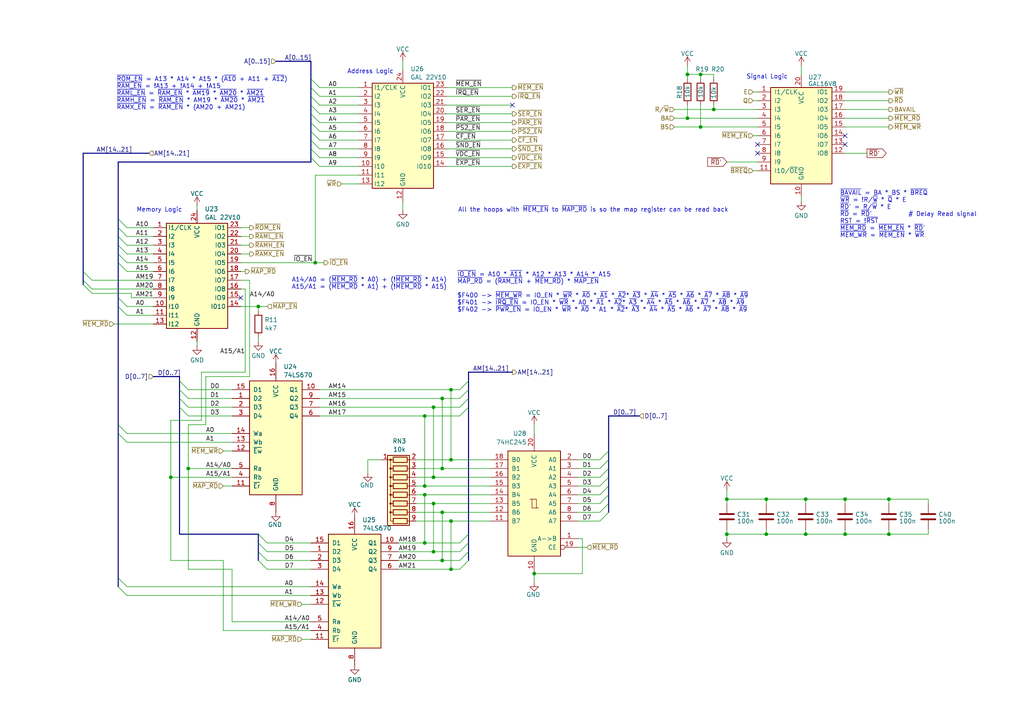
<source format=kicad_sch>
(kicad_sch (version 20250114) (generator "eeschema") (generator_version "9.0")
  (paper "A4")
  (title_block (title "MicroLind - Logic, address & signal") (date "2025-08-15") (rev "C1") (company "Sperly Retro Electronics"))
  (lib_symbols
    (symbol "74xx:74HC245" (pin_names (offset 1.016))
      (property "Reference" "U" (at -7.62 16.51 0))
      (property "Value" "74HC245" (at -7.62 -16.51 0))
      (symbol "74HC245_1_0"
        (polyline (pts (xy -1.27 -1.27) (xy 0.635 -1.27) (xy 0.635 1.27) (xy 1.27 1.27)))
        (polyline (pts (xy -0.635 -1.27) (xy -0.635 1.27) (xy 0.635 1.27)))
        (pin tri_state line (at -12.7 12.7 0) (length 5.08) (name "A0") (number "2"))
        (pin tri_state line (at -12.7 10.16 0) (length 5.08) (name "A1") (number "3"))
        (pin tri_state line (at -12.7 7.62 0) (length 5.08) (name "A2") (number "4"))
        (pin tri_state line (at -12.7 5.08 0) (length 5.08) (name "A3") (number "5"))
        (pin tri_state line (at -12.7 2.54 0) (length 5.08) (name "A4") (number "6"))
        (pin tri_state line (at -12.7 0 0) (length 5.08) (name "A5") (number "7"))
        (pin tri_state line (at -12.7 -2.54 0) (length 5.08) (name "A6") (number "8"))
        (pin tri_state line (at -12.7 -5.08 0) (length 5.08) (name "A7") (number "9"))
        (pin input line (at -12.7 -10.16 0) (length 5.08) (name "A->B") (number "1"))
        (pin input inverted (at -12.7 -12.7 0) (length 5.08) (name "CE") (number "19"))
        (pin power_in line (at 0 20.32 270) (length 5.08) (name "VCC") (number "20"))
        (pin power_in line (at 0 -20.32 90) (length 5.08) (name "GND") (number "10"))
        (pin tri_state line (at 12.7 12.7 180) (length 5.08) (name "B0") (number "18"))
        (pin tri_state line (at 12.7 10.16 180) (length 5.08) (name "B1") (number "17"))
        (pin tri_state line (at 12.7 7.62 180) (length 5.08) (name "B2") (number "16"))
        (pin tri_state line (at 12.7 5.08 180) (length 5.08) (name "B3") (number "15"))
        (pin tri_state line (at 12.7 2.54 180) (length 5.08) (name "B4") (number "14"))
        (pin tri_state line (at 12.7 0 180) (length 5.08) (name "B5") (number "13"))
        (pin tri_state line (at 12.7 -2.54 180) (length 5.08) (name "B6") (number "12"))
        (pin tri_state line (at 12.7 -5.08 180) (length 5.08) (name "B7") (number "11"))
      )
      (symbol "74HC245_1_1"
        (rectangle (start -7.62 15.24) (end 7.62 -15.24) (stroke (width 0.254)) (fill (type background)))
      )
    )
    (symbol "74xx:74LS670" (pin_names (offset 1.016))
      (property "Reference" "U" (at -7.62 16.51 0))
      (property "Value" "74LS670" (at -7.62 -19.05 0))
      (symbol "74LS670_1_0"
        (pin input line (at -12.7 12.7 0) (length 5.08) (name "D1") (number "15"))
        (pin input line (at -12.7 10.16 0) (length 5.08) (name "D2") (number "1"))
        (pin input line (at -12.7 7.62 0) (length 5.08) (name "D3") (number "2"))
        (pin input line (at -12.7 5.08 0) (length 5.08) (name "D4") (number "3"))
        (pin input line (at -12.7 0 0) (length 5.08) (name "Wa") (number "14"))
        (pin input line (at -12.7 -2.54 0) (length 5.08) (name "Wb") (number "13"))
        (pin input line (at -12.7 -5.08 0) (length 5.08) (name "~{Ew}") (number "12"))
        (pin input line (at -12.7 -10.16 0) (length 5.08) (name "Ra") (number "5"))
        (pin input line (at -12.7 -12.7 0) (length 5.08) (name "Rb") (number "4"))
        (pin input line (at -12.7 -15.24 0) (length 5.08) (name "~{Er}") (number "11"))
        (pin power_in line (at 0 20.32 270) (length 5.08) (name "VCC") (number "16"))
        (pin power_in line (at 0 -22.86 90) (length 5.08) (name "GND") (number "8"))
        (pin tri_state line (at 12.7 12.7 180) (length 5.08) (name "Q1") (number "10"))
        (pin tri_state line (at 12.7 10.16 180) (length 5.08) (name "Q2") (number "9"))
        (pin tri_state line (at 12.7 7.62 180) (length 5.08) (name "Q3") (number "7"))
        (pin tri_state line (at 12.7 5.08 180) (length 5.08) (name "Q4") (number "6"))
      )
      (symbol "74LS670_1_1"
        (rectangle (start -7.62 15.24) (end 7.62 -17.78) (stroke (width 0.254)) (fill (type background)))
      )
    )
    (symbol "Device:C" (pin_numbers (hide yes)) (pin_names (offset 0.254))
      (property "Reference" "C" (at 0.635 2.54 0))
      (property "Value" "C" (at 0.635 -2.54 0))
      (symbol "C_0_1"
        (polyline (pts (xy -2.032 0.762) (xy 2.032 0.762)) (stroke (width 0.508)))
        (polyline (pts (xy -2.032 -0.762) (xy 2.032 -0.762)) (stroke (width 0.508)))
      )
      (symbol "C_1_1"
        (pin passive line (at 0 3.81 270) (length 2.794) (name "~") (number "1"))
        (pin passive line (at 0 -3.81 90) (length 2.794) (name "~") (number "2"))
      )
    )
    (symbol "Device:R" (pin_numbers (hide yes)) (pin_names (offset 0))
      (property "Reference" "R" (at 2.032 0 90))
      (property "Value" "R" (at 0 0 90))
      (symbol "R_0_1"
        (rectangle (start -1.016 -2.54) (end 1.016 2.54) (stroke (width 0.254)))
      )
      (symbol "R_1_1"
        (pin passive line (at 0 3.81 270) (length 1.27) (name "~") (number "1"))
        (pin passive line (at 0 -3.81 90) (length 1.27) (name "~") (number "2"))
      )
    )
    (symbol "Device:R_Network08" (pin_names (offset 0) (hide yes))
      (property "Reference" "RN" (at -12.7 0 90))
      (property "Value" "R_Network08" (at 10.16 0 90))
      (symbol "R_Network08_0_1"
        (rectangle (start -11.43 -3.175) (end 8.89 3.175) (stroke (width 0.254)) (fill (type background)))
        (rectangle (start -10.922 1.524) (end -9.398 -2.54) (stroke (width 0.254)))
        (circle (center -10.16 2.286) (radius 0.254) (fill (type outline)))
        (polyline (pts (xy -10.16 1.524) (xy -10.16 2.286) (xy -7.62 2.286) (xy -7.62 1.524)))
        (polyline (pts (xy -10.16 -2.54) (xy -10.16 -3.81)))
        (rectangle (start -8.382 1.524) (end -6.858 -2.54) (stroke (width 0.254)))
        (circle (center -7.62 2.286) (radius 0.254) (fill (type outline)))
        (polyline (pts (xy -7.62 1.524) (xy -7.62 2.286) (xy -5.08 2.286) (xy -5.08 1.524)))
        (polyline (pts (xy -7.62 -2.54) (xy -7.62 -3.81)))
        (rectangle (start -5.842 1.524) (end -4.318 -2.54) (stroke (width 0.254)))
        (circle (center -5.08 2.286) (radius 0.254) (fill (type outline)))
        (polyline (pts (xy -5.08 1.524) (xy -5.08 2.286) (xy -2.54 2.286) (xy -2.54 1.524)))
        (polyline (pts (xy -5.08 -2.54) (xy -5.08 -3.81)))
        (rectangle (start -3.302 1.524) (end -1.778 -2.54) (stroke (width 0.254)))
        (circle (center -2.54 2.286) (radius 0.254) (fill (type outline)))
        (polyline (pts (xy -2.54 1.524) (xy -2.54 2.286) (xy 0 2.286) (xy 0 1.524)))
        (polyline (pts (xy -2.54 -2.54) (xy -2.54 -3.81)))
        (rectangle (start -0.762 1.524) (end 0.762 -2.54) (stroke (width 0.254)))
        (circle (center 0 2.286) (radius 0.254) (fill (type outline)))
        (polyline (pts (xy 0 1.524) (xy 0 2.286) (xy 2.54 2.286) (xy 2.54 1.524)))
        (polyline (pts (xy 0 -2.54) (xy 0 -3.81)))
        (rectangle (start 1.778 1.524) (end 3.302 -2.54) (stroke (width 0.254)))
        (circle (center 2.54 2.286) (radius 0.254) (fill (type outline)))
        (polyline (pts (xy 2.54 1.524) (xy 2.54 2.286) (xy 5.08 2.286) (xy 5.08 1.524)))
        (polyline (pts (xy 2.54 -2.54) (xy 2.54 -3.81)))
        (rectangle (start 4.318 1.524) (end 5.842 -2.54) (stroke (width 0.254)))
        (circle (center 5.08 2.286) (radius 0.254) (fill (type outline)))
        (polyline (pts (xy 5.08 1.524) (xy 5.08 2.286) (xy 7.62 2.286) (xy 7.62 1.524)))
        (polyline (pts (xy 5.08 -2.54) (xy 5.08 -3.81)))
        (rectangle (start 6.858 1.524) (end 8.382 -2.54) (stroke (width 0.254)))
        (polyline (pts (xy 7.62 -2.54) (xy 7.62 -3.81)))
      )
      (symbol "R_Network08_1_1"
        (pin passive line (at -10.16 5.08 270) (length 2.54) (name "common") (number "1"))
        (pin passive line (at -10.16 -5.08 90) (length 1.27) (name "R1") (number "2"))
        (pin passive line (at -7.62 -5.08 90) (length 1.27) (name "R2") (number "3"))
        (pin passive line (at -5.08 -5.08 90) (length 1.27) (name "R3") (number "4"))
        (pin passive line (at -2.54 -5.08 90) (length 1.27) (name "R4") (number "5"))
        (pin passive line (at 0 -5.08 90) (length 1.27) (name "R5") (number "6"))
        (pin passive line (at 2.54 -5.08 90) (length 1.27) (name "R6") (number "7"))
        (pin passive line (at 5.08 -5.08 90) (length 1.27) (name "R7") (number "8"))
        (pin passive line (at 7.62 -5.08 90) (length 1.27) (name "R8") (number "9"))
      )
    )
    (symbol "Logic_Programmable:GAL16V8" (pin_names (offset 1.016))
      (property "Reference" "U" (at -8.89 16.51 0))
      (property "Value" "GAL16V8" (at 1.27 16.51 0))
      (symbol "GAL16V8_0_0"
        (pin power_in line (at 0 17.78 270) (length 3.81) (name "VCC") (number "20"))
        (pin power_in line (at 0 -17.78 90) (length 3.81) (name "GND") (number "10"))
      )
      (symbol "GAL16V8_0_1"
        (rectangle (start -8.89 13.97) (end 8.89 -13.97) (stroke (width 0.254)) (fill (type background)))
      )
      (symbol "GAL16V8_1_1"
        (pin input line (at -12.7 12.7 0) (length 3.81) (name "I1/CLK") (number "1"))
        (pin input line (at -12.7 10.16 0) (length 3.81) (name "I2") (number "2"))
        (pin input line (at -12.7 7.62 0) (length 3.81) (name "I3") (number "3"))
        (pin input line (at -12.7 5.08 0) (length 3.81) (name "I4") (number "4"))
        (pin input line (at -12.7 2.54 0) (length 3.81) (name "I5") (number "5"))
        (pin input line (at -12.7 0 0) (length 3.81) (name "I6") (number "6"))
        (pin input line (at -12.7 -2.54 0) (length 3.81) (name "I7") (number "7"))
        (pin input line (at -12.7 -5.08 0) (length 3.81) (name "I8") (number "8"))
        (pin input line (at -12.7 -7.62 0) (length 3.81) (name "I9") (number "9"))
        (pin input line (at -12.7 -10.16 0) (length 3.81) (name "I10/~{OE}") (number "11"))
        (pin tri_state line (at 12.7 12.7 180) (length 3.81) (name "IO1") (number "19"))
        (pin tri_state line (at 12.7 10.16 180) (length 3.81) (name "IO2") (number "18"))
        (pin tri_state line (at 12.7 7.62 180) (length 3.81) (name "I03") (number "17"))
        (pin tri_state line (at 12.7 5.08 180) (length 3.81) (name "IO4") (number "16"))
        (pin tri_state line (at 12.7 2.54 180) (length 3.81) (name "IO5") (number "15"))
        (pin tri_state line (at 12.7 0 180) (length 3.81) (name "IO6") (number "14"))
        (pin tri_state line (at 12.7 -2.54 180) (length 3.81) (name "IO7") (number "13"))
        (pin tri_state line (at 12.7 -5.08 180) (length 3.81) (name "IO8") (number "12"))
      )
    )
    (symbol "motherboard:GAL22V10"
      (property "Reference" "U29" (at -1.27 30.734 0))
      (property "Value" "GAL 22V10" (at 8.636 -2.794 0))
      (symbol "GAL22V10_0_1"
        (rectangle (start -1.27 29.21) (end 16.51 -1.27) (stroke (width 0.254)) (fill (type background)))
      )
      (symbol "GAL22V10_1_0"
        (pin power_in line (at 7.62 33.02 270) (length 3.81) (name "VCC") (number "24"))
        (pin power_in line (at 7.62 -5.08 90) (length 3.81) (name "GND") (number "12"))
      )
      (symbol "GAL22V10_1_1"
        (pin input line (at -5.08 27.94 0) (length 3.81) (name "I1/CLK") (number "1"))
        (pin input line (at -5.08 25.4 0) (length 3.81) (name "I2") (number "2"))
        (pin input line (at -5.08 22.86 0) (length 3.81) (name "I3") (number "3"))
        (pin input line (at -5.08 20.32 0) (length 3.81) (name "I4") (number "4"))
        (pin input line (at -5.08 17.78 0) (length 3.81) (name "I5") (number "5"))
        (pin input line (at -5.08 15.24 0) (length 3.81) (name "I6") (number "6"))
        (pin input line (at -5.08 12.7 0) (length 3.81) (name "I7") (number "7"))
        (pin input line (at -5.08 10.16 0) (length 3.81) (name "I8") (number "8"))
        (pin input line (at -5.08 7.62 0) (length 3.81) (name "I9") (number "9"))
        (pin input line (at -5.08 5.08 0) (length 3.81) (name "I10") (number "10"))
        (pin input line (at -5.08 2.54 0) (length 3.81) (name "I11") (number "11"))
        (pin input line (at -5.08 0 0) (length 3.81) (name "I12") (number "13"))
        (pin bidirectional line (at 20.32 27.94 180) (length 3.81) (name "IO1") (number "23"))
        (pin bidirectional line (at 20.32 25.4 180) (length 3.81) (name "IO2") (number "22"))
        (pin bidirectional line (at 20.32 22.86 180) (length 3.81) (name "I03") (number "21"))
        (pin bidirectional line (at 20.32 20.32 180) (length 3.81) (name "IO4") (number "20"))
        (pin bidirectional line (at 20.32 17.78 180) (length 3.81) (name "IO5") (number "19"))
        (pin bidirectional line (at 20.32 15.24 180) (length 3.81) (name "IO6") (number "18"))
        (pin bidirectional line (at 20.32 12.7 180) (length 3.81) (name "IO7") (number "17"))
        (pin bidirectional line (at 20.32 10.16 180) (length 3.81) (name "IO8") (number "16"))
        (pin bidirectional line (at 20.32 7.62 180) (length 3.81) (name "IO9") (number "15"))
        (pin bidirectional line (at 20.32 5.08 180) (length 3.81) (name "I010") (number "14"))
      )
    )
    (symbol "power:GND" (power) (pin_names (offset 0))
      (property "Value" "GND" (at 0 -3.81 0))
      (symbol "GND_0_1"
        (polyline (pts (xy 0 0) (xy 0 -1.27) (xy 1.27 -1.27) (xy 0 -2.54) (xy -1.27 -1.27) (xy 0 -1.27)))
      )
      (symbol "GND_1_1"
        (pin power_in line (at 0 0 270) (length 0) (hide yes) (name "GND") (number "1"))
      )
    )
    (symbol "power:VCC" (power) (pin_names (offset 0))
      (property "Value" "VCC" (at 0 3.81 0))
      (symbol "VCC_0_1"
        (polyline (pts (xy -0.762 1.27) (xy 0 2.54)))
        (polyline (pts (xy 0 2.54) (xy 0.762 1.27)))
        (polyline (pts (xy 0 0) (xy 0 2.54)))
      )
      (symbol "VCC_1_1"
        (pin power_in line (at 0 0 90) (length 0) (hide yes) (name "VCC") (number "1"))
      )
    )
  )
  (text "Memory Logic" (at 46.228 60.96 0) (effects (font (size 1.27 1.27))))
  (text "A14/A0 = (~{MEM_RD} * A0) + (!~{MEM_RD} * A14)\nA15/A1 = (~{MEM_RD} * A1) + (!~{MEM_RD} * A15)" (at 84.582 82.296 0) (effects (font (size 1.27 1.27)) (justify left)))
  (text "~{BAVAIL} = BA * BS * ~{BREQ}\n~{WR} = !R/~{W} * ~{Q} * E\n~{RD}' = R/~{W} * E\n~{RD} = ~{RD}'           # Delay Read signal\nRST = !~{RST}\n~{MEM_RD} = ~{MEM_EN} * ~{RD}'\n~{MEM_WR} = ~{MEM_EN} * ~{WR}" (at 243.586 62.23 0) (effects (font (size 1.27 1.27)) (justify left)))
  (text "Signal Logic" (at 222.504 22.352 0) (effects (font (size 1.27 1.27))))
  (text "All the hoops with ~{MEM_EN} to ~{MAP_RD} is so the map register can be read back" (at 132.842 60.96 0) (effects (font (size 1.27 1.27)) (justify left)))
  (text "Address Logic" (at 107.442 20.828 0) (effects (font (size 1.27 1.27))))
  (text "~{IO_EN} = A10 * ~{A11} * A12 * A13 * A14 * A15\n~{MAP_RD} = (~{RAM_EN} + ~{MEM_RD}) * ~{MAP_EN}\n\n$F400 -> ~{MEM_WR} = IO_EN * ~{WR} * ~{A0} * ~{A1} * ~{A2}* ~{A3} * ~{A4} * ~{A5} * ~{A6} * ~{A7} * ~{A8} * ~{A9}\n$F401 -> ~{IRQ_EN} = IO_EN * ~{WR} * A0 * ~{A1} * ~{A2}* ~{A3} * ~{A4} * ~{A5} * ~{A6} * ~{A7} * ~{A8} * ~{A9}\n$F402 -> ~{PWR_EN} = IO_EN * ~{WR} * ~{A0} * A1 * ~{A2}* ~{A3} * ~{A4} * ~{A5} * ~{A6} * ~{A7} * ~{A8} * ~{A9}\n" (at 132.588 84.836 0) (effects (font (size 1.27 1.27)) (justify left)))
  (text "~{ROM_EN} = A13 * A14 * A15 * (~{A10} + A11 + ~{A12})\n~{RAM_EN} = !A13 + !A14 + !A15\n~{RAML_EN} = ~{RAM_EN} * ~{AM19} * ~{AM20} * ~{AM21}\n~{RAMH_EN} = ~{RAM_EN} * AM19 * ~{AM20} * ~{AM21}\n~{RAMX_EN} = ~{RAM_EN} * (AM20 + AM21)" (at 33.782 27.178 0) (effects (font (size 1.27 1.27)) (justify left)))
  (junction (at 222.25 144.78))
  (junction (at 123.19 140.97))
  (junction (at 125.73 118.11))
  (junction (at 125.73 146.05))
  (junction (at 199.39 21.59))
  (junction (at 49.53 138.43))
  (junction (at 210.82 144.78))
  (junction (at 123.19 157.48))
  (junction (at 233.68 154.94))
  (junction (at 130.81 151.13))
  (junction (at 54.61 135.89))
  (junction (at 245.11 154.94))
  (junction (at 128.27 148.59))
  (junction (at 128.27 162.56))
  (junction (at 203.2 21.59))
  (junction (at 125.73 138.43))
  (junction (at 130.81 133.35))
  (junction (at 210.82 154.94))
  (junction (at 74.93 88.9))
  (junction (at 199.39 34.29))
  (junction (at 130.81 165.1))
  (junction (at 123.19 120.65))
  (junction (at 233.68 144.78))
  (junction (at 128.27 135.89))
  (junction (at 245.11 144.78))
  (junction (at 125.73 160.02))
  (junction (at 222.25 154.94))
  (junction (at 91.44 76.2))
  (junction (at 257.81 154.94))
  (junction (at 257.81 144.78))
  (junction (at 203.2 36.83))
  (junction (at 207.01 31.75))
  (junction (at 130.81 113.03))
  (junction (at 128.27 115.57))
  (junction (at 154.94 166.37))
  (junction (at 123.19 143.51))
  (no_connect (at 245.11 39.37))
  (no_connect (at 69.85 86.36))
  (no_connect (at 148.59 30.48))
  (no_connect (at 219.71 44.45))
  (no_connect (at 245.11 41.91))
  (no_connect (at 219.71 41.91))
  (bus_entry (at 90.17 40.64) (size 2.54 2.54))
  (bus_entry (at 90.17 27.94) (size 2.54 2.54))
  (bus_entry (at 34.29 125.73) (size 2.54 2.54))
  (bus_entry (at 90.17 30.48) (size 2.54 2.54))
  (bus_entry (at 176.53 133.35) (size -2.54 2.54))
  (bus_entry (at 90.17 22.86) (size 2.54 2.54))
  (bus_entry (at 34.29 71.12) (size 2.54 2.54))
  (bus_entry (at 52.07 113.03) (size 2.54 2.54))
  (bus_entry (at 176.53 148.59) (size -2.54 2.54))
  (bus_entry (at 34.29 63.5) (size 2.54 2.54))
  (bus_entry (at 74.93 154.94) (size 2.54 2.54))
  (bus_entry (at 135.89 118.11) (size -2.54 2.54))
  (bus_entry (at 135.89 160.02) (size -2.54 2.54))
  (bus_entry (at 90.17 35.56) (size 2.54 2.54))
  (bus_entry (at 135.89 113.03) (size -2.54 2.54))
  (bus_entry (at 135.89 162.56) (size -2.54 2.54))
  (bus_entry (at 176.53 130.81) (size -2.54 2.54))
  (bus_entry (at 135.89 115.57) (size -2.54 2.54))
  (bus_entry (at 34.29 170.18) (size 2.54 2.54))
  (bus_entry (at 176.53 140.97) (size -2.54 2.54))
  (bus_entry (at 135.89 157.48) (size -2.54 2.54))
  (bus_entry (at 24.13 82.55) (size 2.54 2.54))
  (bus_entry (at 90.17 45.72) (size 2.54 2.54))
  (bus_entry (at 176.53 146.05) (size -2.54 2.54))
  (bus_entry (at 34.29 167.64) (size 2.54 2.54))
  (bus_entry (at 34.29 76.2) (size 2.54 2.54))
  (bus_entry (at 90.17 43.18) (size 2.54 2.54))
  (bus_entry (at 34.29 86.36) (size 2.54 2.54))
  (bus_entry (at 34.29 73.66) (size 2.54 2.54))
  (bus_entry (at 74.93 162.56) (size 2.54 2.54))
  (bus_entry (at 52.07 110.49) (size 2.54 2.54))
  (bus_entry (at 90.17 25.4) (size 2.54 2.54))
  (bus_entry (at 74.93 160.02) (size 2.54 2.54))
  (bus_entry (at 34.29 123.19) (size 2.54 2.54))
  (bus_entry (at 52.07 115.57) (size 2.54 2.54))
  (bus_entry (at 24.13 78.74) (size 2.54 2.54))
  (bus_entry (at 74.93 157.48) (size 2.54 2.54))
  (bus_entry (at 34.29 68.58) (size 2.54 2.54))
  (bus_entry (at 90.17 38.1) (size 2.54 2.54))
  (bus_entry (at 176.53 135.89) (size -2.54 2.54))
  (bus_entry (at 176.53 138.43) (size -2.54 2.54))
  (bus_entry (at 34.29 66.04) (size 2.54 2.54))
  (bus_entry (at 133.35 113.03) (size 2.54 -2.54))
  (bus_entry (at 90.17 33.02) (size 2.54 2.54))
  (bus_entry (at 176.53 143.51) (size -2.54 2.54))
  (bus_entry (at 133.35 157.48) (size 2.54 -2.54))
  (bus_entry (at 52.07 118.11) (size 2.54 2.54))
  (bus_entry (at 34.29 88.9) (size 2.54 2.54))
  (bus_entry (at 24.13 81.28) (size 2.54 2.54))
  (wire (pts (xy 257.81 31.75) (xy 245.11 31.75)))
  (wire (pts (xy 218.44 26.67) (xy 219.71 26.67)))
  (bus (pts (xy 74.93 157.48) (xy 74.93 160.02)))
  (wire (pts (xy 233.68 144.78) (xy 233.68 146.05)))
  (wire (pts (xy 54.61 135.89) (xy 54.61 165.1)))
  (wire (pts (xy 92.71 113.03) (xy 130.81 113.03)))
  (bus (pts (xy 90.17 27.94) (xy 90.17 30.48)))
  (wire (pts (xy 257.81 29.21) (xy 245.11 29.21)))
  (bus (pts (xy 34.29 123.19) (xy 34.29 125.73)))
  (wire (pts (xy 199.39 34.29) (xy 219.71 34.29)))
  (bus (pts (xy 52.07 109.22) (xy 52.07 110.49)))
  (wire (pts (xy 142.24 135.89) (xy 128.27 135.89)))
  (wire (pts (xy 199.39 21.59) (xy 203.2 21.59)))
  (wire (pts (xy 120.65 138.43) (xy 125.73 138.43)))
  (bus (pts (xy 34.29 86.36) (xy 34.29 88.9)))
  (wire (pts (xy 54.61 115.57) (xy 67.31 115.57)))
  (wire (pts (xy 120.65 143.51) (xy 123.19 143.51)))
  (bus (pts (xy 24.13 78.74) (xy 24.13 81.28)))
  (bus (pts (xy 52.07 154.94) (xy 52.07 118.11)))
  (wire (pts (xy 77.47 157.48) (xy 90.17 157.48)))
  (bus (pts (xy 52.07 110.49) (xy 52.07 113.03)))
  (wire (pts (xy 123.19 143.51) (xy 123.19 157.48)))
  (bus (pts (xy 90.17 33.02) (xy 90.17 35.56)))
  (wire (pts (xy 128.27 135.89) (xy 128.27 115.57)))
  (wire (pts (xy 199.39 30.48) (xy 199.39 34.29)))
  (bus (pts (xy 176.53 135.89) (xy 176.53 138.43)))
  (bus (pts (xy 74.93 154.94) (xy 74.93 157.48)))
  (wire (pts (xy 69.85 68.58) (xy 72.39 68.58)))
  (wire (pts (xy 72.39 81.28) (xy 69.85 81.28)))
  (wire (pts (xy 110.49 133.35) (xy 106.68 133.35)))
  (wire (pts (xy 57.15 99.06) (xy 57.15 100.33)))
  (wire (pts (xy 99.06 53.34) (xy 104.14 53.34)))
  (wire (pts (xy 168.91 166.37) (xy 154.94 166.37)))
  (wire (pts (xy 64.77 140.97) (xy 67.31 140.97)))
  (wire (pts (xy 91.44 50.8) (xy 104.14 50.8)))
  (bus (pts (xy 135.89 110.49) (xy 135.89 113.03)))
  (wire (pts (xy 74.93 99.06) (xy 74.93 97.79)))
  (wire (pts (xy 195.58 36.83) (xy 203.2 36.83)))
  (wire (pts (xy 54.61 165.1) (xy 67.31 165.1)))
  (wire (pts (xy 167.64 133.35) (xy 173.99 133.35)))
  (wire (pts (xy 54.61 135.89) (xy 67.31 135.89)))
  (wire (pts (xy 167.64 148.59) (xy 173.99 148.59)))
  (wire (pts (xy 129.54 35.56) (xy 148.59 35.56)))
  (wire (pts (xy 129.54 48.26) (xy 148.59 48.26)))
  (wire (pts (xy 129.54 25.4) (xy 148.59 25.4)))
  (bus (pts (xy 80.01 17.78) (xy 90.17 17.78)))
  (wire (pts (xy 92.71 35.56) (xy 104.14 35.56)))
  (wire (pts (xy 74.93 88.9) (xy 77.47 88.9)))
  (wire (pts (xy 36.83 66.04) (xy 44.45 66.04)))
  (bus (pts (xy 34.29 73.66) (xy 34.29 76.2)))
  (bus (pts (xy 90.17 35.56) (xy 90.17 38.1)))
  (wire (pts (xy 257.81 154.94) (xy 257.81 153.67)))
  (wire (pts (xy 232.41 57.15) (xy 232.41 58.42)))
  (wire (pts (xy 257.81 144.78) (xy 269.24 144.78)))
  (bus (pts (xy 24.13 78.74) (xy 24.13 44.45)))
  (wire (pts (xy 203.2 30.48) (xy 203.2 36.83)))
  (wire (pts (xy 93.98 76.2) (xy 91.44 76.2)))
  (wire (pts (xy 210.82 154.94) (xy 210.82 156.21)))
  (wire (pts (xy 120.65 135.89) (xy 128.27 135.89)))
  (wire (pts (xy 36.83 68.58) (xy 44.45 68.58)))
  (wire (pts (xy 210.82 154.94) (xy 222.25 154.94)))
  (wire (pts (xy 115.57 157.48) (xy 123.19 157.48)))
  (wire (pts (xy 36.83 73.66) (xy 44.45 73.66)))
  (wire (pts (xy 74.93 88.9) (xy 74.93 90.17)))
  (bus (pts (xy 135.89 115.57) (xy 135.89 118.11)))
  (wire (pts (xy 142.24 148.59) (xy 128.27 148.59)))
  (wire (pts (xy 36.83 71.12) (xy 44.45 71.12)))
  (wire (pts (xy 91.44 76.2) (xy 91.44 50.8)))
  (wire (pts (xy 64.77 130.81) (xy 67.31 130.81)))
  (wire (pts (xy 125.73 160.02) (xy 133.35 160.02)))
  (bus (pts (xy 135.89 107.95) (xy 135.89 110.49)))
  (wire (pts (xy 154.94 123.19) (xy 154.94 125.73)))
  (wire (pts (xy 245.11 34.29) (xy 257.81 34.29)))
  (wire (pts (xy 87.63 175.26) (xy 90.17 175.26)))
  (wire (pts (xy 92.71 33.02) (xy 104.14 33.02)))
  (wire (pts (xy 92.71 43.18) (xy 104.14 43.18)))
  (wire (pts (xy 167.64 140.97) (xy 173.99 140.97)))
  (wire (pts (xy 128.27 148.59) (xy 128.27 162.56)))
  (wire (pts (xy 54.61 113.03) (xy 67.31 113.03)))
  (wire (pts (xy 49.53 162.56) (xy 49.53 138.43)))
  (wire (pts (xy 269.24 144.78) (xy 269.24 146.05)))
  (bus (pts (xy 90.17 45.72) (xy 90.17 46.99)))
  (wire (pts (xy 222.25 154.94) (xy 233.68 154.94)))
  (wire (pts (xy 128.27 115.57) (xy 133.35 115.57)))
  (wire (pts (xy 233.68 144.78) (xy 245.11 144.78)))
  (wire (pts (xy 130.81 133.35) (xy 130.81 113.03)))
  (wire (pts (xy 38.1 86.36) (xy 44.45 86.36)))
  (wire (pts (xy 67.31 165.1) (xy 67.31 180.34)))
  (wire (pts (xy 36.83 170.18) (xy 90.17 170.18)))
  (bus (pts (xy 34.29 88.9) (xy 34.29 123.19)))
  (wire (pts (xy 67.31 180.34) (xy 90.17 180.34)))
  (wire (pts (xy 203.2 36.83) (xy 219.71 36.83)))
  (wire (pts (xy 129.54 40.64) (xy 148.59 40.64)))
  (wire (pts (xy 210.82 142.24) (xy 210.82 144.78)))
  (bus (pts (xy 34.29 46.99) (xy 34.29 63.5)))
  (wire (pts (xy 58.42 107.95) (xy 58.42 121.92)))
  (wire (pts (xy 207.01 31.75) (xy 219.71 31.75)))
  (wire (pts (xy 116.84 17.78) (xy 116.84 20.32)))
  (wire (pts (xy 92.71 115.57) (xy 128.27 115.57)))
  (wire (pts (xy 92.71 120.65) (xy 123.19 120.65)))
  (wire (pts (xy 57.15 59.69) (xy 57.15 60.96)))
  (wire (pts (xy 36.83 172.72) (xy 90.17 172.72)))
  (wire (pts (xy 92.71 48.26) (xy 104.14 48.26)))
  (wire (pts (xy 222.25 154.94) (xy 222.25 153.67)))
  (wire (pts (xy 54.61 120.65) (xy 67.31 120.65)))
  (bus (pts (xy 34.29 167.64) (xy 34.29 170.18)))
  (wire (pts (xy 129.54 27.94) (xy 148.59 27.94)))
  (wire (pts (xy 69.85 83.82) (xy 71.12 83.82)))
  (wire (pts (xy 54.61 135.89) (xy 54.61 123.19)))
  (wire (pts (xy 120.65 148.59) (xy 128.27 148.59)))
  (wire (pts (xy 210.82 46.99) (xy 219.71 46.99)))
  (wire (pts (xy 36.83 125.73) (xy 67.31 125.73)))
  (bus (pts (xy 135.89 160.02) (xy 135.89 162.56)))
  (bus (pts (xy 34.29 66.04) (xy 34.29 68.58)))
  (wire (pts (xy 71.12 107.95) (xy 58.42 107.95)))
  (wire (pts (xy 72.39 109.22) (xy 72.39 81.28)))
  (wire (pts (xy 269.24 154.94) (xy 269.24 153.67)))
  (wire (pts (xy 154.94 166.37) (xy 154.94 168.91)))
  (wire (pts (xy 33.02 93.98) (xy 44.45 93.98)))
  (wire (pts (xy 232.41 19.05) (xy 232.41 21.59)))
  (wire (pts (xy 115.57 160.02) (xy 125.73 160.02)))
  (wire (pts (xy 195.58 34.29) (xy 199.39 34.29)))
  (wire (pts (xy 120.65 140.97) (xy 123.19 140.97)))
  (wire (pts (xy 210.82 144.78) (xy 222.25 144.78)))
  (wire (pts (xy 77.47 165.1) (xy 90.17 165.1)))
  (wire (pts (xy 222.25 144.78) (xy 233.68 144.78)))
  (wire (pts (xy 245.11 154.94) (xy 257.81 154.94)))
  (wire (pts (xy 257.81 26.67) (xy 245.11 26.67)))
  (bus (pts (xy 135.89 113.03) (xy 135.89 115.57)))
  (wire (pts (xy 142.24 151.13) (xy 130.81 151.13)))
  (wire (pts (xy 142.24 138.43) (xy 125.73 138.43)))
  (wire (pts (xy 245.11 144.78) (xy 245.11 146.05)))
  (wire (pts (xy 195.58 31.75) (xy 207.01 31.75)))
  (wire (pts (xy 168.91 156.21) (xy 167.64 156.21)))
  (bus (pts (xy 34.29 71.12) (xy 34.29 73.66)))
  (wire (pts (xy 142.24 146.05) (xy 125.73 146.05)))
  (wire (pts (xy 129.54 43.18) (xy 148.59 43.18)))
  (wire (pts (xy 167.64 146.05) (xy 173.99 146.05)))
  (wire (pts (xy 125.73 146.05) (xy 125.73 160.02)))
  (wire (pts (xy 36.83 76.2) (xy 44.45 76.2)))
  (bus (pts (xy 135.89 118.11) (xy 135.89 154.94)))
  (wire (pts (xy 167.64 158.75) (xy 170.18 158.75)))
  (bus (pts (xy 90.17 38.1) (xy 90.17 40.64)))
  (bus (pts (xy 44.45 109.22) (xy 52.07 109.22)))
  (wire (pts (xy 71.12 83.82) (xy 71.12 107.95)))
  (wire (pts (xy 218.44 39.37) (xy 219.71 39.37)))
  (wire (pts (xy 257.81 144.78) (xy 257.81 146.05)))
  (wire (pts (xy 245.11 44.45) (xy 251.46 44.45)))
  (wire (pts (xy 120.65 133.35) (xy 130.81 133.35)))
  (bus (pts (xy 52.07 113.03) (xy 52.07 115.57)))
  (wire (pts (xy 130.81 151.13) (xy 130.81 165.1)))
  (wire (pts (xy 207.01 30.48) (xy 207.01 31.75)))
  (wire (pts (xy 115.57 165.1) (xy 130.81 165.1)))
  (wire (pts (xy 199.39 21.59) (xy 199.39 22.86)))
  (bus (pts (xy 176.53 140.97) (xy 176.53 143.51)))
  (wire (pts (xy 59.69 123.19) (xy 59.69 109.22)))
  (bus (pts (xy 90.17 30.48) (xy 90.17 33.02)))
  (wire (pts (xy 123.19 157.48) (xy 133.35 157.48)))
  (bus (pts (xy 90.17 46.99) (xy 34.29 46.99)))
  (wire (pts (xy 218.44 49.53) (xy 219.71 49.53)))
  (wire (pts (xy 129.54 33.02) (xy 148.59 33.02)))
  (bus (pts (xy 176.53 133.35) (xy 176.53 135.89)))
  (wire (pts (xy 218.44 29.21) (xy 219.71 29.21)))
  (bus (pts (xy 176.53 143.51) (xy 176.53 146.05)))
  (wire (pts (xy 54.61 123.19) (xy 59.69 123.19)))
  (wire (pts (xy 104.14 40.64) (xy 92.71 40.64)))
  (wire (pts (xy 167.64 138.43) (xy 173.99 138.43)))
  (bus (pts (xy 176.53 120.65) (xy 185.42 120.65)))
  (bus (pts (xy 176.53 138.43) (xy 176.53 140.97)))
  (wire (pts (xy 92.71 118.11) (xy 125.73 118.11)))
  (wire (pts (xy 92.71 38.1) (xy 104.14 38.1)))
  (wire (pts (xy 245.11 144.78) (xy 257.81 144.78)))
  (wire (pts (xy 167.64 143.51) (xy 173.99 143.51)))
  (wire (pts (xy 26.67 85.09) (xy 38.1 85.09)))
  (wire (pts (xy 123.19 140.97) (xy 123.19 120.65)))
  (wire (pts (xy 58.42 121.92) (xy 49.53 121.92)))
  (wire (pts (xy 257.81 154.94) (xy 269.24 154.94)))
  (wire (pts (xy 36.83 128.27) (xy 67.31 128.27)))
  (bus (pts (xy 148.59 107.95) (xy 135.89 107.95)))
  (bus (pts (xy 90.17 25.4) (xy 90.17 27.94)))
  (wire (pts (xy 69.85 71.12) (xy 72.39 71.12)))
  (wire (pts (xy 233.68 154.94) (xy 245.11 154.94)))
  (bus (pts (xy 34.29 68.58) (xy 34.29 71.12)))
  (wire (pts (xy 120.65 146.05) (xy 125.73 146.05)))
  (bus (pts (xy 90.17 22.86) (xy 90.17 25.4)))
  (wire (pts (xy 59.69 109.22) (xy 72.39 109.22)))
  (wire (pts (xy 87.63 185.42) (xy 90.17 185.42)))
  (wire (pts (xy 207.01 21.59) (xy 203.2 21.59)))
  (wire (pts (xy 69.85 66.04) (xy 72.39 66.04)))
  (wire (pts (xy 64.77 182.88) (xy 90.17 182.88)))
  (bus (pts (xy 90.17 43.18) (xy 90.17 45.72)))
  (wire (pts (xy 92.71 45.72) (xy 104.14 45.72)))
  (wire (pts (xy 38.1 85.09) (xy 38.1 86.36)))
  (bus (pts (xy 34.29 125.73) (xy 34.29 167.64)))
  (bus (pts (xy 52.07 115.57) (xy 52.07 118.11)))
  (wire (pts (xy 123.19 120.65) (xy 133.35 120.65)))
  (wire (pts (xy 69.85 88.9) (xy 74.93 88.9)))
  (wire (pts (xy 69.85 76.2) (xy 91.44 76.2)))
  (wire (pts (xy 116.84 60.96) (xy 116.84 58.42)))
  (bus (pts (xy 24.13 82.55) (xy 24.13 81.28)))
  (wire (pts (xy 142.24 140.97) (xy 123.19 140.97)))
  (wire (pts (xy 222.25 144.78) (xy 222.25 146.05)))
  (wire (pts (xy 130.81 113.03) (xy 133.35 113.03)))
  (wire (pts (xy 26.67 81.28) (xy 44.45 81.28)))
  (wire (pts (xy 245.11 36.83) (xy 257.81 36.83)))
  (wire (pts (xy 64.77 162.56) (xy 49.53 162.56)))
  (wire (pts (xy 129.54 45.72) (xy 148.59 45.72)))
  (bus (pts (xy 52.07 154.94) (xy 74.93 154.94)))
  (wire (pts (xy 210.82 144.78) (xy 210.82 146.05)))
  (wire (pts (xy 129.54 30.48) (xy 148.59 30.48)))
  (wire (pts (xy 49.53 121.92) (xy 49.53 138.43)))
  (wire (pts (xy 142.24 143.51) (xy 123.19 143.51)))
  (wire (pts (xy 26.67 83.82) (xy 44.45 83.82)))
  (wire (pts (xy 92.71 25.4) (xy 104.14 25.4)))
  (wire (pts (xy 77.47 160.02) (xy 90.17 160.02)))
  (wire (pts (xy 210.82 153.67) (xy 210.82 154.94)))
  (wire (pts (xy 106.68 133.35) (xy 106.68 137.16)))
  (wire (pts (xy 130.81 165.1) (xy 133.35 165.1)))
  (bus (pts (xy 74.93 160.02) (xy 74.93 162.56)))
  (bus (pts (xy 135.89 154.94) (xy 135.89 157.48)))
  (wire (pts (xy 167.64 135.89) (xy 173.99 135.89)))
  (bus (pts (xy 176.53 130.81) (xy 176.53 133.35)))
  (bus (pts (xy 135.89 157.48) (xy 135.89 160.02)))
  (wire (pts (xy 36.83 91.44) (xy 44.45 91.44)))
  (wire (pts (xy 203.2 22.86) (xy 203.2 21.59)))
  (wire (pts (xy 128.27 162.56) (xy 133.35 162.56)))
  (wire (pts (xy 199.39 19.05) (xy 199.39 21.59)))
  (wire (pts (xy 92.71 27.94) (xy 104.14 27.94)))
  (bus (pts (xy 24.13 44.45) (xy 43.18 44.45)))
  (wire (pts (xy 92.71 30.48) (xy 104.14 30.48)))
  (wire (pts (xy 54.61 118.11) (xy 67.31 118.11)))
  (bus (pts (xy 176.53 120.65) (xy 176.53 130.81)))
  (wire (pts (xy 69.85 73.66) (xy 72.39 73.66)))
  (wire (pts (xy 77.47 162.56) (xy 90.17 162.56)))
  (wire (pts (xy 64.77 182.88) (xy 64.77 162.56)))
  (wire (pts (xy 36.83 88.9) (xy 44.45 88.9)))
  (wire (pts (xy 69.85 78.74) (xy 71.12 78.74)))
  (bus (pts (xy 90.17 17.78) (xy 90.17 22.86)))
  (bus (pts (xy 176.53 146.05) (xy 176.53 148.59)))
  (wire (pts (xy 129.54 38.1) (xy 148.59 38.1)))
  (wire (pts (xy 49.53 138.43) (xy 67.31 138.43)))
  (wire (pts (xy 36.83 78.74) (xy 44.45 78.74)))
  (wire (pts (xy 207.01 22.86) (xy 207.01 21.59)))
  (bus (pts (xy 34.29 63.5) (xy 34.29 66.04)))
  (bus (pts (xy 34.29 76.2) (xy 34.29 86.36)))
  (wire (pts (xy 125.73 138.43) (xy 125.73 118.11)))
  (wire (pts (xy 125.73 118.11) (xy 133.35 118.11)))
  (bus (pts (xy 90.17 40.64) (xy 90.17 43.18)))
  (wire (pts (xy 120.65 151.13) (xy 130.81 151.13)))
  (wire (pts (xy 115.57 162.56) (xy 128.27 162.56)))
  (wire (pts (xy 233.68 154.94) (xy 233.68 153.67)))
  (wire (pts (xy 167.64 151.13) (xy 173.99 151.13)))
  (wire (pts (xy 142.24 133.35) (xy 130.81 133.35)))
  (wire (pts (xy 245.11 154.94) (xy 245.11 153.67)))
  (wire (pts (xy 168.91 156.21) (xy 168.91 166.37)))
  (label "A3" (at 95.25 33.02 0))
  (label "A1" (at 82.55 172.72 0))
  (label "A1" (at 39.37 91.44 0))
  (label "AM[14..21]" (at 27.94 44.45 0))
  (label "D1" (at 168.91 135.89 0))
  (label "A14" (at 39.37 76.2 0))
  (label "D2" (at 60.96 118.11 0))
  (label "AM15" (at 95.25 115.57 0))
  (label "A1" (at 95.25 27.94 0))
  (label "A0" (at 39.37 88.9 0))
  (label "A6" (at 95.25 40.64 0))
  (label "AM17" (at 95.25 120.65 0))
  (label "D3" (at 168.91 140.97 0))
  (label "D2" (at 168.91 138.43 0))
  (label "AM20" (at 115.57 162.56 0))
  (label "~{IRQ_EN}" (at 132.08 27.94 0))
  (label "A13" (at 39.37 73.66 0))
  (label "D0" (at 168.91 133.35 0))
  (label "A8" (at 95.25 45.72 0))
  (label "~{SND_EN}" (at 132.08 43.18 0))
  (label "~{VDC_EN}" (at 132.08 45.72 0))
  (label "AM19" (at 115.57 160.02 0))
  (label "A0" (at 82.55 170.18 0))
  (label "D6" (at 82.55 162.56 0))
  (label "A0" (at 59.69 125.73 0))
  (label "D[0..7]" (at 177.8 120.65 0))
  (label "AM[14..21]" (at 137.16 107.95 0))
  (label "AM21" (at 39.37 86.36 0))
  (label "~{SER_EN}" (at 132.08 33.02 0))
  (label "AM14" (at 95.25 113.03 0))
  (label "AM21" (at 115.57 165.1 0))
  (label "A11" (at 39.37 68.58 0))
  (label "D[0..7]" (at 45.72 109.22 0))
  (label "D1" (at 60.96 115.57 0))
  (label "A1" (at 59.69 128.27 0))
  (label "D7" (at 168.91 151.13 0))
  (label "D7" (at 82.55 165.1 0))
  (label "A15{slash}A1" (at 59.69 138.43 0))
  (label "~{PAR_EN}" (at 132.08 35.56 0))
  (label "A[0..15]" (at 82.55 17.78 0))
  (label "A14{slash}A0" (at 72.39 86.36 0))
  (label "A15{slash}A1" (at 71.12 102.87 180))
  (label "AM20" (at 39.37 83.82 0))
  (label "D3" (at 60.96 120.65 0))
  (label "A15{slash}A1" (at 82.55 182.88 0))
  (label "A12" (at 39.37 71.12 0))
  (label "D0" (at 60.96 113.03 0))
  (label "A5" (at 95.25 38.1 0))
  (label "A10" (at 39.37 66.04 0))
  (label "AM19" (at 39.37 81.28 0))
  (label "~{MEM_EN}" (at 132.08 25.4 0))
  (label "~{PS2_EN}" (at 132.08 38.1 0))
  (label "AM16" (at 95.25 118.11 0))
  (label "~{CF_EN}" (at 132.08 40.64 0))
  (label "A14{slash}A0" (at 82.55 180.34 0))
  (label "D4" (at 168.91 143.51 0))
  (label "D4" (at 82.55 157.48 0))
  (label "A15" (at 39.37 78.74 0))
  (label "~{EXP_EN}" (at 132.08 48.26 0))
  (label "AM18" (at 115.57 157.48 0))
  (label "A4" (at 95.25 35.56 0))
  (label "A9" (at 95.25 48.26 0))
  (label "A0" (at 95.25 25.4 0))
  (label "D5" (at 82.55 160.02 0))
  (label "A7" (at 95.25 43.18 0))
  (label "D6" (at 168.91 148.59 0))
  (label "D5" (at 168.91 146.05 0))
  (label "A14{slash}A0" (at 59.69 135.89 0))
  (label "A2" (at 95.25 30.48 0))
  (label "~{IO_EN}" (at 85.09 76.2 0))
  (global_label "~{RD}'" (shape input) (at 210.82 46.99 180) (property "Intersheetrefs" "${INTERSHEET_REFS}" (effects (hide yes))))
  (global_label "~{RD}'" (shape output) (at 251.46 44.45 0) (property "Intersheetrefs" "${INTERSHEET_REFS}" (effects (hide yes))))
  (hierarchical_label "BS" (shape input) (at 195.58 36.83 180))
  (hierarchical_label "BA" (shape input) (at 195.58 34.29 180))
  (hierarchical_label "~{MEM_WR}" (shape input) (at 87.63 175.26 180))
  (hierarchical_label "Q" (shape input) (at 218.44 29.21 180))
  (hierarchical_label "~{MEM_WR}" (shape input) (at 64.77 130.81 180))
  (hierarchical_label "D[0..7]" (shape input) (at 185.42 120.65 0))
  (hierarchical_label "~{PS2_EN}" (shape output) (at 148.59 38.1 0))
  (hierarchical_label "~{EXP_EN}" (shape output) (at 148.59 48.26 0))
  (hierarchical_label "~{MEM_EN}" (shape output) (at 148.59 25.4 0))
  (hierarchical_label "~{RAMX_EN}" (shape output) (at 72.39 73.66 0))
  (hierarchical_label "~{ROM_EN}" (shape output) (at 72.39 66.04 0))
  (hierarchical_label "BAVAIL" (shape output) (at 257.81 31.75 0))
  (hierarchical_label "~{MEM_WR}" (shape output) (at 257.81 36.83 0))
  (hierarchical_label "~{RAML_EN}" (shape output) (at 72.39 68.58 0))
  (hierarchical_label "A[0..15]" (shape input) (at 80.01 17.78 180))
  (hierarchical_label "~{RAMH_EN}" (shape output) (at 72.39 71.12 0))
  (hierarchical_label "~{SND_EN}" (shape output) (at 148.59 43.18 0))
  (hierarchical_label "~{CF_EN}" (shape output) (at 148.59 40.64 0))
  (hierarchical_label "~{MEM_RD}" (shape input) (at 33.02 93.98 180))
  (hierarchical_label "~{MEM_EN}" (shape input) (at 218.44 39.37 180))
  (hierarchical_label "~{VDC_EN}" (shape output) (at 148.59 45.72 0))
  (hierarchical_label "AM[14..21]" (shape output) (at 148.59 107.95 0))
  (hierarchical_label "D[0..7]" (shape input) (at 44.45 109.22 180))
  (hierarchical_label "E" (shape input) (at 218.44 26.67 180))
  (hierarchical_label "~{MEM_RD}" (shape input) (at 170.18 158.75 0))
  (hierarchical_label "R{slash}~{W}" (shape input) (at 195.58 31.75 180))
  (hierarchical_label "~{WR}" (shape input) (at 99.06 53.34 180))
  (hierarchical_label "~{MAP_RD}" (shape output) (at 71.12 78.74 0))
  (hierarchical_label "~{MEM_RD}" (shape output) (at 257.81 34.29 0))
  (hierarchical_label "~{PAR_EN}" (shape output) (at 148.59 35.56 0))
  (hierarchical_label "~{IRQ_EN}" (shape output) (at 148.59 27.94 0))
  (hierarchical_label "~{MAP_RD}" (shape input) (at 64.77 140.97 180))
  (hierarchical_label "~{SER_EN}" (shape output) (at 148.59 33.02 0))
  (hierarchical_label "~{RD}" (shape output) (at 257.81 29.21 0))
  (hierarchical_label "~{BREQ}" (shape input) (at 218.44 49.53 180))
  (hierarchical_label "AM[14..21]" (shape input) (at 43.18 44.45 0))
  (hierarchical_label "~{IO_EN}" (shape output) (at 93.98 76.2 0))
  (hierarchical_label "~{MAP_EN}" (shape input) (at 77.47 88.9 0))
  (hierarchical_label "~{MAP_RD}" (shape input) (at 87.63 185.42 180))
  (hierarchical_label "~{WR}" (shape output) (at 257.81 26.67 0))
  (symbol (lib_id "Device:R") (at 207.01 26.67 180) (unit 1)
    (property "Reference" "R20" (at 206.248 20.066 0) (effects (justify right)))
    (property "Value" "10k" (at 207.01 28.702 90) (effects (justify right)))
    (property "Footprint" "Resistor_THT:R_Axial_DIN0204_L3.6mm_D1.6mm_P7.62mm_Horizontal" (effects (hide yes)))
    (property "Description" "Resistor" (effects (hide yes)))
  )
  (symbol (lib_id "Device:C") (at 222.25 149.86 0) (unit 1)
    (property "Reference" "C32" (at 225.171 149.2163 0) (effects (justify left)))
    (property "Value" "100n" (at 225.171 151.1373 0) (effects (justify left)))
    (property "Footprint" "Capacitor_THT:C_Disc_D5.0mm_W2.5mm_P2.50mm" (effects (hide yes)))
  )
  (symbol (lib_id "Device:C") (at 210.82 149.86 0) (unit 1)
    (property "Reference" "C31" (at 213.741 149.2163 0) (effects (justify left)))
    (property "Value" "100n" (at 213.741 151.1373 0) (effects (justify left)))
    (property "Footprint" "Capacitor_THT:C_Disc_D5.0mm_W2.5mm_P2.50mm" (effects (hide yes)))
  )
  (symbol (lib_id "Device:R") (at 74.93 93.98 0) (unit 1)
    (property "Reference" "R11" (at 76.708 92.7678 0) (effects (justify left)))
    (property "Value" "4k7" (at 76.708 95.1921 0) (effects (justify left)))
    (property "Footprint" "Resistor_THT:R_Axial_DIN0204_L3.6mm_D1.6mm_P7.62mm_Horizontal" (effects (hide yes)))
    (property "Description" "Resistor" (effects (hide yes)))
  )
  (symbol (lib_id "power:GND") (at 210.82 156.21 0) (unit 1)
    (property "Reference" "#PWR079" (effects (hide yes)))
    (property "Value" "GND" (at 210.82 160.3455 0))
  )
  (symbol (lib_id "motherboard:GAL22V10") (at 109.22 53.34 0) (unit 1)
    (property "Reference" "U26" (at 119.0341 19.9855 0) (effects (justify left)))
    (property "Value" "GAL 22V10" (at 119.0341 22.4098 0) (effects (justify left)))
    (property "Footprint" "Package_DIP:DIP-24_W7.62mm_Socket" (effects (hide yes)))
  )
  (symbol (lib_id "Device:C") (at 245.11 149.86 0) (unit 1)
    (property "Reference" "C34" (at 248.031 149.2163 0) (effects (justify left)))
    (property "Value" "100n" (at 248.031 151.1373 0) (effects (justify left)))
    (property "Footprint" "Capacitor_THT:C_Disc_D5.0mm_W2.5mm_P2.50mm" (effects (hide yes)))
  )
  (symbol (lib_id "74xx:74LS670") (at 102.87 170.18 0) (unit 1)
    (property "Reference" "U25" (at 105.0641 150.7955 0) (effects (justify left)))
    (property "Value" "74LS670" (at 105.0641 153.2198 0) (effects (justify left)))
    (property "Footprint" "Package_DIP:DIP-16_W7.62mm_Socket" (effects (hide yes)))
    (property "Datasheet" "http://www.ti.com/lit/gpn/sn74LS670" (effects (hide yes)))
    (property "Description" "4 x 4 Register Files 3-State Outputs" (effects (hide yes)))
  )
  (symbol (lib_id "Device:C") (at 257.81 149.86 0) (unit 1)
    (property "Reference" "C35" (at 260.731 149.2163 0) (effects (justify left)))
    (property "Value" "100n" (at 260.731 151.1373 0) (effects (justify left)))
    (property "Footprint" "Capacitor_THT:C_Disc_D5.0mm_W2.5mm_P2.50mm" (effects (hide yes)))
  )
  (symbol (lib_id "power:GND") (at 116.84 60.96 0) (unit 1)
    (property "Reference" "#PWR077" (effects (hide yes)))
    (property "Value" "GND" (at 116.84 65.0955 0))
  )
  (symbol (lib_id "power:GND") (at 232.41 58.42 0) (unit 1)
    (property "Reference" "#PWR081" (effects (hide yes)))
    (property "Value" "GND" (at 232.41 62.5555 0))
  )
  (symbol (lib_id "power:VCC") (at 232.41 19.05 0) (unit 1)
    (property "Reference" "#PWR080" (effects (hide yes)))
    (property "Value" "VCC" (at 232.41 15.5481 0))
  )
  (symbol (lib_id "power:VCC") (at 210.82 142.24 0) (unit 1)
    (property "Reference" "#PWR078" (effects (hide yes)))
    (property "Value" "VCC" (at 210.82 138.7381 0))
  )
  (symbol (lib_id "74xx:74LS670") (at 80.01 125.73 0) (unit 1)
    (property "Reference" "U24" (at 82.2041 106.3455 0) (effects (justify left)))
    (property "Value" "74LS670" (at 82.2041 108.7698 0) (effects (justify left)))
    (property "Footprint" "Package_DIP:DIP-16_W7.62mm_Socket" (effects (hide yes)))
    (property "Datasheet" "http://www.ti.com/lit/gpn/sn74LS670" (effects (hide yes)))
    (property "Description" "4 x 4 Register Files 3-State Outputs" (effects (hide yes)))
  )
  (symbol (lib_id "Device:C") (at 269.24 149.86 0) (unit 1)
    (property "Reference" "C40" (at 272.161 149.2163 0) (effects (justify left)))
    (property "Value" "100n" (at 272.161 151.1373 0) (effects (justify left)))
    (property "Footprint" "Capacitor_THT:C_Disc_D5.0mm_W2.5mm_P2.50mm" (effects (hide yes)))
  )
  (symbol (lib_id "power:GND") (at 74.93 99.06 0) (unit 1)
    (property "Reference" "#PWR070" (effects (hide yes)))
    (property "Value" "GND" (at 74.93 103.1955 0))
  )
  (symbol (lib_id "power:GND") (at 102.87 193.04 0) (unit 1)
    (property "Reference" "#PWR075" (effects (hide yes)))
    (property "Value" "GND" (at 102.87 197.1755 0))
  )
  (symbol (lib_id "power:VCC") (at 57.15 59.69 0) (unit 1)
    (property "Reference" "#PWR068" (effects (hide yes)))
    (property "Value" "VCC" (at 57.15 56.1881 0))
  )
  (symbol (lib_id "Logic_Programmable:GAL16V8") (at 232.41 39.37 0) (unit 1)
    (property "Reference" "U27" (at 234.3659 22.3901 0) (effects (justify left)))
    (property "Value" "GAL16V8" (at 234.3659 24.3111 0) (effects (justify left)))
    (property "Footprint" "Package_DIP:DIP-20_W7.62mm_Socket" (effects (hide yes)))
  )
  (symbol (lib_id "Device:R") (at 199.39 26.67 0) (unit 1)
    (property "Reference" "R18" (at 197.104 28.702 90) (effects (justify left)))
    (property "Value" "10k" (at 199.39 28.448 90) (effects (justify left)))
    (property "Footprint" "Resistor_THT:R_Axial_DIN0204_L3.6mm_D1.6mm_P7.62mm_Horizontal" (effects (hide yes)))
    (property "Description" "Resistor" (effects (hide yes)))
  )
  (symbol (lib_id "power:VCC") (at 80.01 105.41 0) (unit 1)
    (property "Reference" "#PWR071" (effects (hide yes)))
    (property "Value" "VCC" (at 80.01 101.9081 0))
  )
  (symbol (lib_id "power:VCC") (at 199.39 19.05 0) (unit 1)
    (property "Reference" "#PWR0130" (effects (hide yes)))
    (property "Value" "VCC" (at 199.39 15.5481 0))
  )
  (symbol (lib_id "Device:R") (at 203.2 26.67 0) (unit 1)
    (property "Reference" "R19" (at 201.676 20.066 0) (effects (justify left)))
    (property "Value" "10k" (at 203.2 28.448 90) (effects (justify left)))
    (property "Footprint" "Resistor_THT:R_Axial_DIN0204_L3.6mm_D1.6mm_P7.62mm_Horizontal" (effects (hide yes)))
    (property "Description" "Resistor" (effects (hide yes)))
  )
  (symbol (lib_id "power:GND") (at 57.15 100.33 0) (unit 1)
    (property "Reference" "#PWR069" (effects (hide yes)))
    (property "Value" "GND" (at 57.15 104.4655 0))
  )
  (symbol (lib_id "power:VCC") (at 154.94 123.19 0) (unit 1)
    (property "Reference" "#PWR0123" (effects (hide yes)))
    (property "Value" "VCC" (at 154.94 119.6881 0))
  )
  (symbol (lib_id "power:GND") (at 80.01 148.59 0) (unit 1)
    (property "Reference" "#PWR072" (effects (hide yes)))
    (property "Value" "GND" (at 79.756 152.146 0))
  )
  (symbol (lib_id "power:VCC") (at 102.87 149.86 0) (unit 1)
    (property "Reference" "#PWR074" (effects (hide yes)))
    (property "Value" "VCC" (at 102.87 146.3581 0))
  )
  (symbol (lib_id "power:GND") (at 154.94 168.91 0) (unit 1)
    (property "Reference" "#PWR028" (effects (hide yes)))
    (property "Value" "GND" (at 154.686 172.466 0))
  )
  (symbol (lib_id "Device:C") (at 233.68 149.86 0) (unit 1)
    (property "Reference" "C33" (at 236.601 149.2163 0) (effects (justify left)))
    (property "Value" "100n" (at 236.601 151.1373 0) (effects (justify left)))
    (property "Footprint" "Capacitor_THT:C_Disc_D5.0mm_W2.5mm_P2.50mm" (effects (hide yes)))
  )
  (symbol (lib_id "74xx:74HC245") (at 154.94 146.05 0) (mirror y) (unit 1)
    (property "Reference" "U28" (at 152.7459 125.73 0) (effects (justify left)))
    (property "Value" "74HC245" (at 152.7459 128.27 0) (effects (justify left)))
    (property "Footprint" "Package_DIP:DIP-20_W7.62mm_Socket" (effects (hide yes)))
    (property "Datasheet" "http://www.ti.com/lit/gpn/sn74HC245" (effects (hide yes)))
    (property "Description" "Octal BUS Transceivers, 3-State outputs" (effects (hide yes)))
  )
  (symbol (lib_id "Device:R_Network08") (at 115.57 143.51 90) (mirror x) (unit 1)
    (property "Reference" "RN3" (at 115.824 127.9355 90))
    (property "Value" "10k" (at 115.824 130.3598 90))
    (property "Footprint" "Resistor_THT:R_Array_SIP9" (effects (hide yes)))
    (property "Datasheet" "http://www.vishay.com/docs/31509/csc.pdf" (effects (hide yes)))
    (property "Description" "8 resistor network, star topology, bussed resistors, small symbol" (effects (hide yes)))
  )
  (symbol (lib_id "power:GND") (at 106.68 137.16 0) (unit 1)
    (property "Reference" "#PWR032" (effects (hide yes)))
    (property "Value" "GND" (at 106.426 140.716 0))
  )
  (symbol (lib_id "power:VCC") (at 116.84 17.78 0) (unit 1)
    (property "Reference" "#PWR076" (effects (hide yes)))
    (property "Value" "VCC" (at 116.84 14.2781 0))
  )
  (symbol (lib_id "motherboard:GAL22V10") (at 49.53 93.98 0) (unit 1)
    (property "Reference" "U23" (at 59.3441 60.6255 0) (effects (justify left)))
    (property "Value" "GAL 22V10" (at 59.3441 63.0498 0) (effects (justify left)))
    (property "Footprint" "Package_DIP:DIP-24_W7.62mm_Socket" (effects (hide yes)))
  )
)
</source>
